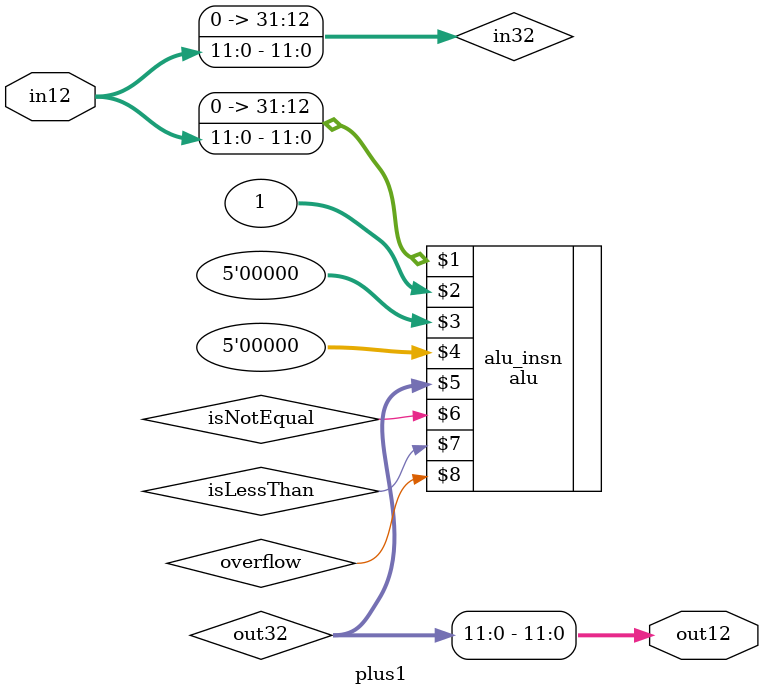
<source format=v>
module plus1(
	in12,out12
);
	input [11:0] in12;
	output [11:0] out12;

	wire [31:0] in32;
	wire [31:0] out32;
	
	wire isNotEqual, isLessThan, overflow;
	
	assign in32[11:0]=in12[11:0];
	assign in32[31:12]=20'b0000_0000_0000_0000_0000;
	
	alu alu_insn(in32, 32'b0000_0000_0000_0000_0000_0000_0000_0001, 5'b00000,
			5'b00000, out32, isNotEqual, isLessThan, overflow);
	
	assign out12=out32[11:0];
	
endmodule
</source>
